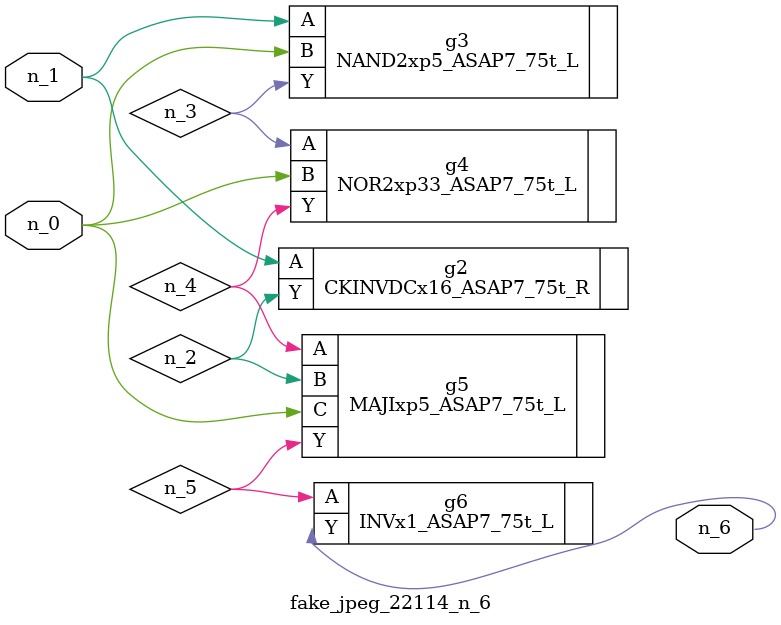
<source format=v>
module fake_jpeg_22114_n_6 (n_0, n_1, n_6);

input n_0;
input n_1;

output n_6;

wire n_2;
wire n_3;
wire n_4;
wire n_5;

CKINVDCx16_ASAP7_75t_R g2 ( 
.A(n_1),
.Y(n_2)
);

NAND2xp5_ASAP7_75t_L g3 ( 
.A(n_1),
.B(n_0),
.Y(n_3)
);

NOR2xp33_ASAP7_75t_L g4 ( 
.A(n_3),
.B(n_0),
.Y(n_4)
);

MAJIxp5_ASAP7_75t_L g5 ( 
.A(n_4),
.B(n_2),
.C(n_0),
.Y(n_5)
);

INVx1_ASAP7_75t_L g6 ( 
.A(n_5),
.Y(n_6)
);


endmodule
</source>
